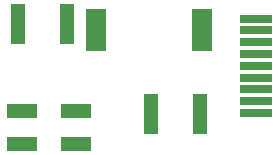
<source format=gbr>
G04 #@! TF.GenerationSoftware,KiCad,Pcbnew,(5.0.0-rc2-110-g9edfd25)*
G04 #@! TF.CreationDate,2018-06-15T17:42:50-07:00*
G04 #@! TF.ProjectId,USB-Power-Cleaner,5553422D506F7765722D436C65616E65,rev?*
G04 #@! TF.SameCoordinates,Original*
G04 #@! TF.FileFunction,Paste,Top*
G04 #@! TF.FilePolarity,Positive*
%FSLAX46Y46*%
G04 Gerber Fmt 4.6, Leading zero omitted, Abs format (unit mm)*
G04 Created by KiCad (PCBNEW (5.0.0-rc2-110-g9edfd25)) date Friday, June 15, 2018 at 05:42:50 PM*
%MOMM*%
%LPD*%
G01*
G04 APERTURE LIST*
%ADD10R,1.250000X3.400000*%
%ADD11R,2.650000X1.250000*%
%ADD12R,2.780000X0.800000*%
%ADD13R,1.800000X3.600000*%
G04 APERTURE END LIST*
D10*
G04 #@! TO.C,C1*
X186690000Y-91694000D03*
X190840000Y-91694000D03*
G04 #@! TD*
D11*
G04 #@! TO.C,C2*
X180340000Y-91440000D03*
X180340000Y-94240000D03*
G04 #@! TD*
G04 #@! TO.C,C3*
X175768000Y-94240000D03*
X175768000Y-91440000D03*
G04 #@! TD*
D12*
G04 #@! TO.C,J2*
X195580000Y-87630000D03*
X195580000Y-86630000D03*
X195580000Y-85630000D03*
X195580000Y-84630000D03*
X195580000Y-88630000D03*
X195580000Y-89630000D03*
X195580000Y-90630000D03*
X195580000Y-83630000D03*
X195580000Y-91630000D03*
G04 #@! TD*
D13*
G04 #@! TO.C,L1*
X191000000Y-84582000D03*
X182000000Y-84582000D03*
G04 #@! TD*
D10*
G04 #@! TO.C,L2*
X175428000Y-84074000D03*
X179578000Y-84074000D03*
G04 #@! TD*
M02*

</source>
